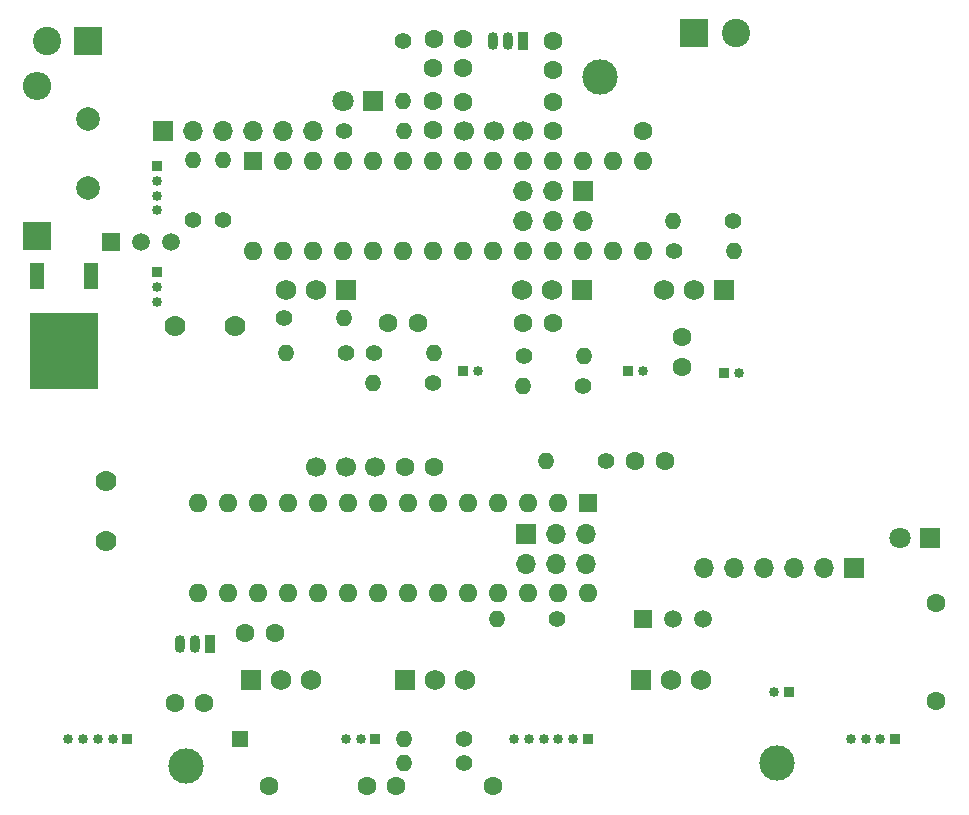
<source format=gbs>
%MOIN*%
%OFA0B0*%
%FSLAX46Y46*%
%IPPOS*%
%LPD*%
%ADD10C,0.0039370078740157488*%
%ADD11R,0.062992125984251982X0.062992125984251982*%
%ADD12O,0.062992125984251982X0.062992125984251982*%
%ADD13R,0.094488188976377951X0.094488188976377951*%
%ADD14C,0.094488188976377951*%
%ADD15C,0.066929133858267723*%
%ADD16O,0.094488188976377951X0.094488188976377951*%
%ADD17C,0.11811023622047245*%
%ADD18C,0.068897637795275593*%
%ADD19R,0.068897637795275593X0.068897637795275593*%
%ADD20C,0.07*%
%ADD21C,0.055118110236220472*%
%ADD22O,0.055118110236220472X0.055118110236220472*%
%ADD23C,0.062992125984251982*%
%ADD24R,0.070866141732283464X0.070866141732283464*%
%ADD25C,0.070866141732283464*%
%ADD26R,0.033464566929133861X0.033464566929133861*%
%ADD27C,0.033464566929133861*%
%ADD28O,0.035433070866141732X0.059055118110236227*%
%ADD29R,0.035433070866141732X0.059055118110236227*%
%ADD30R,0.066929133858267723X0.066929133858267723*%
%ADD31O,0.066929133858267723X0.066929133858267723*%
%ADD32C,0.07874015748031496*%
%ADD33R,0.047244094488188976X0.086614173228346469*%
%ADD34R,0.2283464566929134X0.25196850393700793*%
%ADD35C,0.059842519685039376*%
%ADD36R,0.059842519685039376X0.059842519685039376*%
%ADD47C,0.0039370078740157488*%
%ADD48R,0.066929133858267723X0.066929133858267723*%
%ADD49O,0.066929133858267723X0.066929133858267723*%
%ADD50C,0.055118110236220472*%
%ADD51O,0.055118110236220472X0.055118110236220472*%
%ADD52C,0.068897637795275593*%
%ADD53R,0.068897637795275593X0.068897637795275593*%
%ADD54C,0.07*%
%ADD55R,0.062992125984251982X0.062992125984251982*%
%ADD56O,0.062992125984251982X0.062992125984251982*%
%ADD57C,0.062992125984251982*%
%ADD58C,0.066929133858267723*%
%ADD59R,0.070866141732283464X0.070866141732283464*%
%ADD60C,0.070866141732283464*%
%ADD61R,0.033464566929133861X0.033464566929133861*%
%ADD62C,0.033464566929133861*%
%ADD63C,0.11811023622047245*%
%ADD64O,0.035433070866141732X0.059055118110236227*%
%ADD65R,0.035433070866141732X0.059055118110236227*%
%ADD66R,0.053149606299212608X0.053149606299212608*%
%ADD67C,0.059842519685039376*%
%ADD68R,0.059842519685039376X0.059842519685039376*%
%LPD*%
G01*
D10*
D11*
X-0001456614Y0006274212D02*
X0000813385Y0002399212D03*
D12*
X0002113385Y0002099212D03*
X0000913385Y0002399212D03*
X0002013385Y0002099212D03*
X0001013385Y0002399212D03*
X0001913385Y0002099212D03*
X0001113385Y0002399212D03*
X0001813385Y0002099212D03*
X0001213385Y0002399212D03*
X0001713385Y0002099212D03*
X0001313385Y0002399212D03*
X0001613385Y0002099212D03*
X0001413385Y0002399212D03*
X0001513385Y0002099212D03*
X0001513385Y0002399212D03*
X0001413385Y0002099212D03*
X0001613385Y0002399212D03*
X0001313385Y0002099212D03*
X0001713385Y0002399212D03*
X0001213385Y0002099212D03*
X0001813385Y0002399212D03*
X0001113385Y0002099212D03*
X0001913385Y0002399212D03*
X0001013385Y0002099212D03*
X0002013385Y0002399212D03*
X0000913385Y0002099212D03*
X0002113385Y0002399212D03*
X0000813385Y0002099212D03*
D13*
X0002283464Y0002824212D03*
D14*
X0002421259Y0002824212D03*
D13*
X0000263385Y0002799212D03*
D14*
X0000125590Y0002799212D03*
D15*
X0001713385Y0002499212D03*
X0001614960Y0002499212D03*
X0001516535Y0002499212D03*
D13*
X0000093385Y0002149212D03*
D16*
X0000093385Y0002649212D03*
D17*
X0001968503Y0002677165D03*
D18*
X0002181889Y0001968504D03*
X0002281889Y0001968504D03*
D19*
X0002381889Y0001968504D03*
D20*
X0000553385Y0001849212D03*
X0000753385Y0001849212D03*
D21*
X0002214960Y0002099212D03*
D22*
X0002414960Y0002099212D03*
D21*
X0001714960Y0001749212D03*
D22*
X0001914960Y0001749212D03*
D21*
X0002411810Y0002199212D03*
D22*
X0002211810Y0002199212D03*
D21*
X0001911810Y0001649212D03*
D22*
X0001711810Y0001649212D03*
D23*
X0001813385Y0002799212D03*
X0001813385Y0002700787D03*
X0001513385Y0002804212D03*
X0001414960Y0002804212D03*
X0001713385Y0001859212D03*
X0001811810Y0001859212D03*
X0002244094Y0001811023D03*
X0002244094Y0001712598D03*
D24*
X0001213385Y0002599212D03*
D25*
X0001113385Y0002599212D03*
D26*
X0002381889Y0001692913D03*
D27*
X0002431102Y0001692913D03*
D28*
X0001663385Y0002799212D03*
X0001613385Y0002799212D03*
D29*
X0001713385Y0002799212D03*
D26*
X0000492125Y0002381889D03*
D27*
X0000492125Y0002332677D03*
X0000492125Y0002283464D03*
X0000492125Y0002234252D03*
D23*
X0001413385Y0002599212D03*
X0001413385Y0002500787D03*
X0001413385Y0002709212D03*
X0001511810Y0002709212D03*
D21*
X0001114960Y0002499212D03*
D22*
X0001314960Y0002499212D03*
D23*
X0001263385Y0001859212D03*
X0001361810Y0001859212D03*
D21*
X0001411810Y0001659212D03*
D22*
X0001211810Y0001659212D03*
D21*
X0001214960Y0001759212D03*
D22*
X0001414960Y0001759212D03*
D18*
X0001709448Y0001968504D03*
X0001809448Y0001968504D03*
D19*
X0001909448Y0001968504D03*
D18*
X0000922047Y0001968504D03*
X0001022047Y0001968504D03*
D19*
X0001122047Y0001968504D03*
D21*
X0000613385Y0002200787D03*
D22*
X0000613385Y0002400787D03*
D21*
X0000713385Y0002200787D03*
D22*
X0000713385Y0002400787D03*
D30*
X0000513385Y0002499212D03*
D31*
X0000613385Y0002499212D03*
X0000713385Y0002499212D03*
X0000813385Y0002499212D03*
X0000913385Y0002499212D03*
X0001013385Y0002499212D03*
D32*
X0000263385Y0002310039D03*
X0000263385Y0002538386D03*
D26*
X0000492125Y0002027559D03*
D27*
X0000492125Y0001978346D03*
X0000492125Y0001929134D03*
D26*
X0001513385Y0001699212D03*
D27*
X0001562598Y0001699212D03*
D26*
X0002063385Y0001699212D03*
D27*
X0002112598Y0001699212D03*
D21*
X0001313385Y0002797637D03*
D22*
X0001313385Y0002597637D03*
D23*
X0001813385Y0002594212D03*
X0001513385Y0002594212D03*
X0001813385Y0002499212D03*
X0002113385Y0002499212D03*
D21*
X0001121810Y0001759212D03*
D22*
X0000921810Y0001759212D03*
D21*
X0000914960Y0001874212D03*
D22*
X0001114960Y0001874212D03*
D33*
X0000093621Y0002014567D03*
X0000273149Y0002014567D03*
D34*
X0000183385Y0001766535D03*
D35*
X0000438385Y0002129212D03*
X0000538385Y0002129212D03*
D36*
X0000338385Y0002129212D03*
D30*
X0001913385Y0002299212D03*
D31*
X0001913385Y0002199212D03*
X0001813385Y0002299212D03*
X0001813385Y0002199212D03*
X0001713385Y0002299212D03*
X0001713385Y0002199212D03*
G04 next file*
%LPD*%
G04 #@! TF.FileFunction,Soldermask,Bot*
G04 Gerber Fmt 4.6, Leading zero omitted, Abs format (unit mm)*
G04 Created by KiCad (PCBNEW 4.0.7) date 06/15/19 08:14:29*
G01*
G04 APERTURE LIST*
G04 APERTURE END LIST*
D47*
D48*
X-0005157401Y0004896259D02*
X0002814960Y0001043306D03*
D49*
X0002714960Y0001043306D03*
X0002614960Y0001043306D03*
X0002514960Y0001043306D03*
X0002414960Y0001043306D03*
X0002314960Y0001043306D03*
D50*
X0001516023Y0000471259D03*
D51*
X0001316023Y0000471259D03*
D52*
X0001007086Y0000669291D03*
X0000907086Y0000669291D03*
D53*
X0000807086Y0000669291D03*
D54*
X0000322598Y0001131259D03*
X0000322598Y0001331259D03*
D55*
X0001929133Y0001259842D03*
D56*
X0000629133Y0000959842D03*
X0001829133Y0001259842D03*
X0000729133Y0000959842D03*
X0001729133Y0001259842D03*
X0000829133Y0000959842D03*
X0001629133Y0001259842D03*
X0000929133Y0000959842D03*
X0001529133Y0001259842D03*
X0001029133Y0000959842D03*
X0001429133Y0001259842D03*
X0001129133Y0000959842D03*
X0001329133Y0001259842D03*
X0001229133Y0000959842D03*
X0001229133Y0001259842D03*
X0001329133Y0000959842D03*
X0001129133Y0001259842D03*
X0001429133Y0000959842D03*
X0001029133Y0001259842D03*
X0001529133Y0000959842D03*
X0000929133Y0001259842D03*
X0001629133Y0000959842D03*
X0000829133Y0001259842D03*
X0001729133Y0000959842D03*
X0000729133Y0001259842D03*
X0001829133Y0000959842D03*
X0000629133Y0001259842D03*
X0001929133Y0000959842D03*
D57*
X0001190944Y0000314960D03*
X0000866141Y0000314960D03*
D58*
X0001023621Y0001377952D03*
X0001122047Y0001377952D03*
X0001220472Y0001377952D03*
D57*
X0000787401Y0000826771D03*
X0000885826Y0000826771D03*
X0000551181Y0000590551D03*
X0000649606Y0000590551D03*
D59*
X0003070866Y0001141732D03*
D60*
X0002970866Y0001141732D03*
D61*
X0002598425Y0000629921D03*
D62*
X0002549212Y0000629921D03*
D63*
X0002559055Y0000393700D03*
X0000590551Y0000383700D03*
D64*
X0000619291Y0000787401D03*
X0000569291Y0000787401D03*
D65*
X0000669291Y0000787401D03*
D61*
X0002952755Y0000472440D03*
D62*
X0002903543Y0000472440D03*
X0002854330Y0000472440D03*
X0002805118Y0000472440D03*
D57*
X0001417322Y0001377952D03*
X0001318897Y0001377952D03*
X0001289370Y0000314960D03*
X0001614173Y0000314960D03*
X0003090551Y0000600393D03*
X0003090551Y0000925196D03*
X0002185039Y0001397637D03*
X0002086614Y0001397637D03*
D50*
X0001988188Y0001397637D03*
D51*
X0001788188Y0001397637D03*
D52*
X0001518897Y0000669291D03*
X0001418897Y0000669291D03*
D53*
X0001318897Y0000669291D03*
D52*
X0002306299Y0000669291D03*
X0002206299Y0000669291D03*
D53*
X0002106299Y0000669291D03*
D50*
X0001516023Y0000391259D03*
D51*
X0001316023Y0000391259D03*
D61*
X0001220472Y0000472440D03*
D62*
X0001171259Y0000472440D03*
X0001122047Y0000472440D03*
D66*
X0000767716Y0000472440D03*
D61*
X0000393700Y0000472440D03*
D62*
X0000344488Y0000472440D03*
X0000295275Y0000472440D03*
X0000246062Y0000472440D03*
X0000196850Y0000472440D03*
D61*
X0001929133Y0000472440D03*
D62*
X0001879921Y0000472440D03*
X0001830708Y0000472440D03*
X0001781495Y0000472440D03*
X0001732283Y0000472440D03*
X0001683070Y0000472440D03*
D67*
X0002212598Y0000871259D03*
X0002312598Y0000871259D03*
D68*
X0002112598Y0000871259D03*
D50*
X0001826023Y0000871259D03*
D51*
X0001626023Y0000871259D03*
D48*
X0001722598Y0001156259D03*
D49*
X0001722598Y0001056259D03*
X0001822598Y0001156259D03*
X0001822598Y0001056259D03*
X0001922598Y0001156259D03*
X0001922598Y0001056259D03*
M02*
</source>
